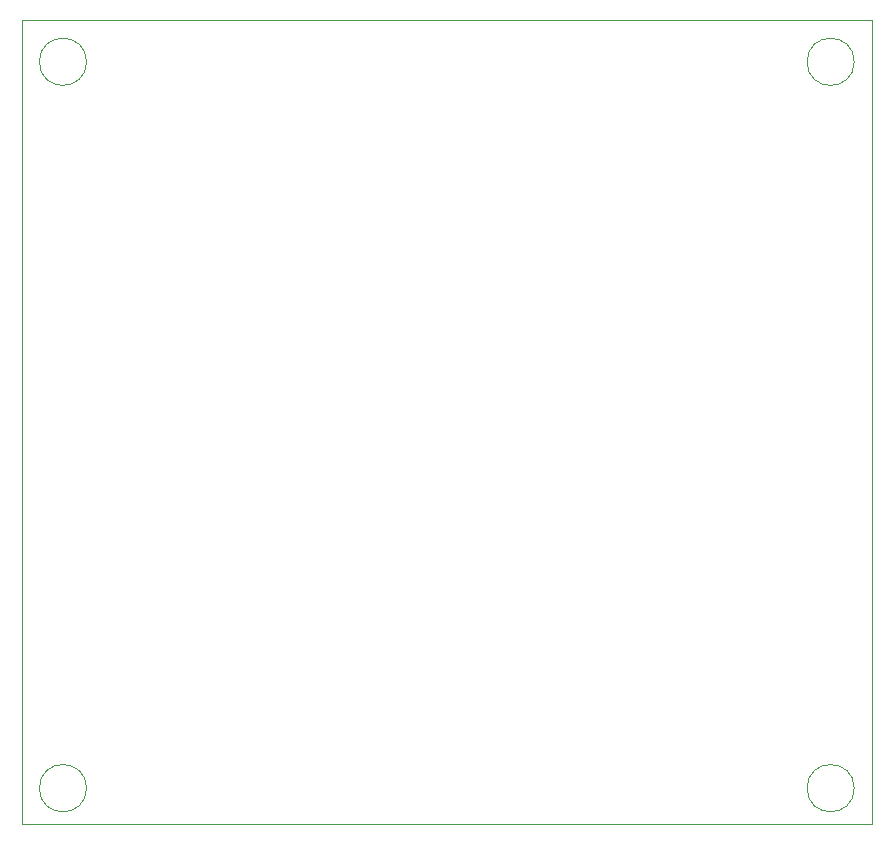
<source format=gm1>
%TF.GenerationSoftware,KiCad,Pcbnew,9.0.0*%
%TF.CreationDate,2025-11-11T15:09:18+01:00*%
%TF.ProjectId,lidar_and_7_camera_trigger_arduino_circuit,6c696461-725f-4616-9e64-5f375f63616d,1.0*%
%TF.SameCoordinates,Original*%
%TF.FileFunction,Profile,NP*%
%FSLAX46Y46*%
G04 Gerber Fmt 4.6, Leading zero omitted, Abs format (unit mm)*
G04 Created by KiCad (PCBNEW 9.0.0) date 2025-11-11 15:09:18*
%MOMM*%
%LPD*%
G01*
G04 APERTURE LIST*
%TA.AperFunction,Profile*%
%ADD10C,0.050000*%
%TD*%
G04 APERTURE END LIST*
D10*
X195500000Y-126000000D02*
G75*
G02*
X191500000Y-126000000I-2000000J0D01*
G01*
X191500000Y-126000000D02*
G75*
G02*
X195500000Y-126000000I2000000J0D01*
G01*
X130500000Y-126000000D02*
G75*
G02*
X126500000Y-126000000I-2000000J0D01*
G01*
X126500000Y-126000000D02*
G75*
G02*
X130500000Y-126000000I2000000J0D01*
G01*
X195500000Y-64500000D02*
G75*
G02*
X191500000Y-64500000I-2000000J0D01*
G01*
X191500000Y-64500000D02*
G75*
G02*
X195500000Y-64500000I2000000J0D01*
G01*
X130500000Y-64500000D02*
G75*
G02*
X126500000Y-64500000I-2000000J0D01*
G01*
X126500000Y-64500000D02*
G75*
G02*
X130500000Y-64500000I2000000J0D01*
G01*
X125000000Y-61000000D02*
X197000000Y-61000000D01*
X197000000Y-129000000D01*
X125000000Y-129000000D01*
X125000000Y-61000000D01*
M02*

</source>
